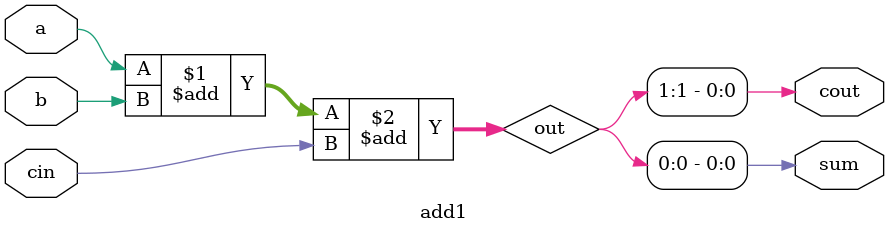
<source format=v>
/*
	In this exercise, you will create a circuit with two levels of hierarchy. Your top_module will instantiate two
    copies of add16 (provided), each of which will instantiate 16 copies of add1 (which you must write). Thus, you must
    write two modules: top_module and add1.
 */

module top_module (
input [31:0] a,
input [31:0] b,
output [31:0] sum
);//
	wire cout1;
	add16 inst1(a[15:0], b[15:0], 0, sum[15:0], cout1);
	add16 inst2(a[31:16], b[31:16], cout1, sum[31:16]);
endmodule

//module add16 ( input[15:0] a, input[15:0] b, input cin, output[15:0] sum, output cout );

module add1 ( input a, input b, input cin,   output sum, output cout );
	wire [1:0] out;
	assign out = a + b + cin;
	assign sum = out[0];
	assign cout = out[1];
// Full adder module here

endmodule



</source>
